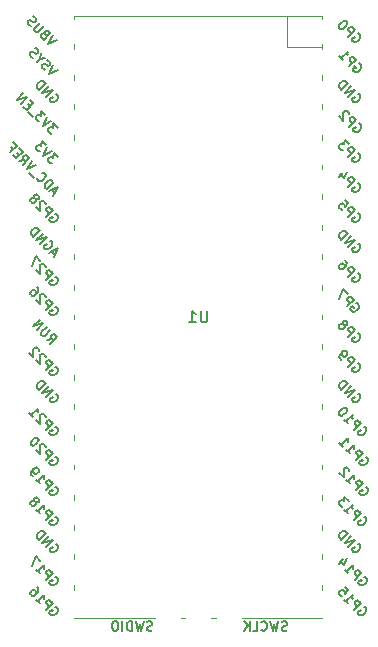
<source format=gbr>
%TF.GenerationSoftware,KiCad,Pcbnew,(5.1.12)-1*%
%TF.CreationDate,2021-12-08T14:13:04+05:30*%
%TF.ProjectId,macropad,6d616372-6f70-4616-942e-6b696361645f,rev?*%
%TF.SameCoordinates,Original*%
%TF.FileFunction,Legend,Bot*%
%TF.FilePolarity,Positive*%
%FSLAX46Y46*%
G04 Gerber Fmt 4.6, Leading zero omitted, Abs format (unit mm)*
G04 Created by KiCad (PCBNEW (5.1.12)-1) date 2021-12-08 14:13:04*
%MOMM*%
%LPD*%
G01*
G04 APERTURE LIST*
%ADD10C,0.120000*%
%ADD11C,0.150000*%
G04 APERTURE END LIST*
D10*
%TO.C,U1*%
X93812000Y-54256000D02*
X72812000Y-54256000D01*
X87012000Y-105256000D02*
X93812000Y-105256000D01*
X93812000Y-56923000D02*
X90805000Y-56923000D01*
X90805000Y-56923000D02*
X90805000Y-54256000D01*
X93812000Y-54256000D02*
X93812000Y-54556000D01*
X93812000Y-56656000D02*
X93812000Y-57056000D01*
X93812000Y-59256000D02*
X93812000Y-59656000D01*
X93812000Y-61756000D02*
X93812000Y-62156000D01*
X93812000Y-64356000D02*
X93812000Y-64756000D01*
X93812000Y-66856000D02*
X93812000Y-67256000D01*
X93812000Y-69356000D02*
X93812000Y-69756000D01*
X93812000Y-71956000D02*
X93812000Y-72356000D01*
X93812000Y-74456000D02*
X93812000Y-74856000D01*
X93812000Y-77056000D02*
X93812000Y-77456000D01*
X93812000Y-79556000D02*
X93812000Y-79956000D01*
X93812000Y-82056000D02*
X93812000Y-82456000D01*
X93812000Y-84656000D02*
X93812000Y-85056000D01*
X93812000Y-87156000D02*
X93812000Y-87556000D01*
X93812000Y-89756000D02*
X93812000Y-90156000D01*
X93812000Y-92256000D02*
X93812000Y-92656000D01*
X93812000Y-94856000D02*
X93812000Y-95256000D01*
X93812000Y-97356000D02*
X93812000Y-97756000D01*
X93812000Y-99856000D02*
X93812000Y-100256000D01*
X93812000Y-102456000D02*
X93812000Y-102856000D01*
X72812000Y-69356000D02*
X72812000Y-69756000D01*
X72812000Y-74456000D02*
X72812000Y-74856000D01*
X72812000Y-82056000D02*
X72812000Y-82456000D01*
X72812000Y-89756000D02*
X72812000Y-90156000D01*
X72812000Y-59256000D02*
X72812000Y-59656000D01*
X72812000Y-56656000D02*
X72812000Y-57056000D01*
X72812000Y-64356000D02*
X72812000Y-64756000D01*
X72812000Y-97356000D02*
X72812000Y-97756000D01*
X72812000Y-102456000D02*
X72812000Y-102856000D01*
X72812000Y-99856000D02*
X72812000Y-100256000D01*
X72812000Y-84656000D02*
X72812000Y-85056000D01*
X72812000Y-79556000D02*
X72812000Y-79956000D01*
X72812000Y-66856000D02*
X72812000Y-67256000D01*
X72812000Y-71956000D02*
X72812000Y-72356000D01*
X72812000Y-92256000D02*
X72812000Y-92656000D01*
X72812000Y-77056000D02*
X72812000Y-77456000D01*
X72812000Y-54256000D02*
X72812000Y-54556000D01*
X72812000Y-61756000D02*
X72812000Y-62156000D01*
X72812000Y-87156000D02*
X72812000Y-87556000D01*
X72812000Y-94856000D02*
X72812000Y-95256000D01*
X72812000Y-105256000D02*
X79612000Y-105256000D01*
X84812000Y-105256000D02*
X84412000Y-105256000D01*
X82212000Y-105256000D02*
X81812000Y-105256000D01*
D11*
X84073904Y-79208380D02*
X84073904Y-80017904D01*
X84026285Y-80113142D01*
X83978666Y-80160761D01*
X83883428Y-80208380D01*
X83692952Y-80208380D01*
X83597714Y-80160761D01*
X83550095Y-80113142D01*
X83502476Y-80017904D01*
X83502476Y-79208380D01*
X82502476Y-80208380D02*
X83073904Y-80208380D01*
X82788190Y-80208380D02*
X82788190Y-79208380D01*
X82883428Y-79351238D01*
X82978666Y-79446476D01*
X83073904Y-79494095D01*
X96898903Y-58277218D02*
X96979715Y-58304155D01*
X97060528Y-58384967D01*
X97114402Y-58492717D01*
X97114402Y-58600467D01*
X97087465Y-58681279D01*
X97006653Y-58815966D01*
X96925841Y-58896778D01*
X96791154Y-58977590D01*
X96710341Y-59004528D01*
X96602592Y-59004528D01*
X96494842Y-58950653D01*
X96440967Y-58896778D01*
X96387093Y-58789028D01*
X96387093Y-58735154D01*
X96575654Y-58546592D01*
X96683404Y-58654341D01*
X96090781Y-58546592D02*
X96656467Y-57980906D01*
X96440967Y-57765407D01*
X96360155Y-57738470D01*
X96306280Y-57738470D01*
X96225468Y-57765407D01*
X96144656Y-57846219D01*
X96117719Y-57927032D01*
X96117719Y-57980906D01*
X96144656Y-58061719D01*
X96360155Y-58277218D01*
X95228784Y-57684595D02*
X95552033Y-58007844D01*
X95390409Y-57846219D02*
X95956094Y-57280534D01*
X95929157Y-57415221D01*
X95929157Y-57522971D01*
X95956094Y-57603783D01*
X96898903Y-63367218D02*
X96979715Y-63394155D01*
X97060528Y-63474967D01*
X97114402Y-63582717D01*
X97114402Y-63690467D01*
X97087465Y-63771279D01*
X97006653Y-63905966D01*
X96925841Y-63986778D01*
X96791154Y-64067590D01*
X96710341Y-64094528D01*
X96602592Y-64094528D01*
X96494842Y-64040653D01*
X96440967Y-63986778D01*
X96387093Y-63879028D01*
X96387093Y-63825154D01*
X96575654Y-63636592D01*
X96683404Y-63744341D01*
X96090781Y-63636592D02*
X96656467Y-63070906D01*
X96440967Y-62855407D01*
X96360155Y-62828470D01*
X96306280Y-62828470D01*
X96225468Y-62855407D01*
X96144656Y-62936219D01*
X96117719Y-63017032D01*
X96117719Y-63070906D01*
X96144656Y-63151719D01*
X96360155Y-63367218D01*
X96063844Y-62586033D02*
X96063844Y-62532158D01*
X96036906Y-62451346D01*
X95902219Y-62316659D01*
X95821407Y-62289722D01*
X95767532Y-62289722D01*
X95686720Y-62316659D01*
X95632845Y-62370534D01*
X95578971Y-62478284D01*
X95578971Y-63124781D01*
X95228784Y-62774595D01*
X96798903Y-55747218D02*
X96879715Y-55774155D01*
X96960528Y-55854967D01*
X97014402Y-55962717D01*
X97014402Y-56070467D01*
X96987465Y-56151279D01*
X96906653Y-56285966D01*
X96825841Y-56366778D01*
X96691154Y-56447590D01*
X96610341Y-56474528D01*
X96502592Y-56474528D01*
X96394842Y-56420653D01*
X96340967Y-56366778D01*
X96287093Y-56259028D01*
X96287093Y-56205154D01*
X96475654Y-56016592D01*
X96583404Y-56124341D01*
X95990781Y-56016592D02*
X96556467Y-55450906D01*
X96340967Y-55235407D01*
X96260155Y-55208470D01*
X96206280Y-55208470D01*
X96125468Y-55235407D01*
X96044656Y-55316219D01*
X96017719Y-55397032D01*
X96017719Y-55450906D01*
X96044656Y-55531719D01*
X96260155Y-55747218D01*
X95883032Y-54777471D02*
X95829157Y-54723597D01*
X95748345Y-54696659D01*
X95694470Y-54696659D01*
X95613658Y-54723597D01*
X95478971Y-54804409D01*
X95344284Y-54939096D01*
X95263471Y-55073783D01*
X95236534Y-55154595D01*
X95236534Y-55208470D01*
X95263471Y-55289282D01*
X95317346Y-55343157D01*
X95398158Y-55370094D01*
X95452033Y-55370094D01*
X95532845Y-55343157D01*
X95667532Y-55262345D01*
X95802219Y-55127658D01*
X95883032Y-54992971D01*
X95909969Y-54912158D01*
X95909969Y-54858284D01*
X95883032Y-54777471D01*
X96798903Y-65907218D02*
X96879715Y-65934155D01*
X96960528Y-66014967D01*
X97014402Y-66122717D01*
X97014402Y-66230467D01*
X96987465Y-66311279D01*
X96906653Y-66445966D01*
X96825841Y-66526778D01*
X96691154Y-66607590D01*
X96610341Y-66634528D01*
X96502592Y-66634528D01*
X96394842Y-66580653D01*
X96340967Y-66526778D01*
X96287093Y-66419028D01*
X96287093Y-66365154D01*
X96475654Y-66176592D01*
X96583404Y-66284341D01*
X95990781Y-66176592D02*
X96556467Y-65610906D01*
X96340967Y-65395407D01*
X96260155Y-65368470D01*
X96206280Y-65368470D01*
X96125468Y-65395407D01*
X96044656Y-65476219D01*
X96017719Y-65557032D01*
X96017719Y-65610906D01*
X96044656Y-65691719D01*
X96260155Y-65907218D01*
X96044656Y-65099096D02*
X95694470Y-64748910D01*
X95667532Y-65152971D01*
X95586720Y-65072158D01*
X95505908Y-65045221D01*
X95452033Y-65045221D01*
X95371221Y-65072158D01*
X95236534Y-65206845D01*
X95209597Y-65287658D01*
X95209597Y-65341532D01*
X95236534Y-65422345D01*
X95398158Y-65583969D01*
X95478971Y-65610906D01*
X95532845Y-65610906D01*
X96798903Y-68447218D02*
X96879715Y-68474155D01*
X96960528Y-68554967D01*
X97014402Y-68662717D01*
X97014402Y-68770467D01*
X96987465Y-68851279D01*
X96906653Y-68985966D01*
X96825841Y-69066778D01*
X96691154Y-69147590D01*
X96610341Y-69174528D01*
X96502592Y-69174528D01*
X96394842Y-69120653D01*
X96340967Y-69066778D01*
X96287093Y-68959028D01*
X96287093Y-68905154D01*
X96475654Y-68716592D01*
X96583404Y-68824341D01*
X95990781Y-68716592D02*
X96556467Y-68150906D01*
X96340967Y-67935407D01*
X96260155Y-67908470D01*
X96206280Y-67908470D01*
X96125468Y-67935407D01*
X96044656Y-68016219D01*
X96017719Y-68097032D01*
X96017719Y-68150906D01*
X96044656Y-68231719D01*
X96260155Y-68447218D01*
X95559783Y-67531346D02*
X95182659Y-67908470D01*
X95909969Y-67450534D02*
X95640595Y-67989282D01*
X95290409Y-67639096D01*
X96798903Y-70987218D02*
X96879715Y-71014155D01*
X96960528Y-71094967D01*
X97014402Y-71202717D01*
X97014402Y-71310467D01*
X96987465Y-71391279D01*
X96906653Y-71525966D01*
X96825841Y-71606778D01*
X96691154Y-71687590D01*
X96610341Y-71714528D01*
X96502592Y-71714528D01*
X96394842Y-71660653D01*
X96340967Y-71606778D01*
X96287093Y-71499028D01*
X96287093Y-71445154D01*
X96475654Y-71256592D01*
X96583404Y-71364341D01*
X95990781Y-71256592D02*
X96556467Y-70690906D01*
X96340967Y-70475407D01*
X96260155Y-70448470D01*
X96206280Y-70448470D01*
X96125468Y-70475407D01*
X96044656Y-70556219D01*
X96017719Y-70637032D01*
X96017719Y-70690906D01*
X96044656Y-70771719D01*
X96260155Y-70987218D01*
X95721407Y-69855847D02*
X95990781Y-70125221D01*
X95748345Y-70421532D01*
X95748345Y-70367658D01*
X95721407Y-70286845D01*
X95586720Y-70152158D01*
X95505908Y-70125221D01*
X95452033Y-70125221D01*
X95371221Y-70152158D01*
X95236534Y-70286845D01*
X95209597Y-70367658D01*
X95209597Y-70421532D01*
X95236534Y-70502345D01*
X95371221Y-70637032D01*
X95452033Y-70663969D01*
X95505908Y-70663969D01*
X96798903Y-76067218D02*
X96879715Y-76094155D01*
X96960528Y-76174967D01*
X97014402Y-76282717D01*
X97014402Y-76390467D01*
X96987465Y-76471279D01*
X96906653Y-76605966D01*
X96825841Y-76686778D01*
X96691154Y-76767590D01*
X96610341Y-76794528D01*
X96502592Y-76794528D01*
X96394842Y-76740653D01*
X96340967Y-76686778D01*
X96287093Y-76579028D01*
X96287093Y-76525154D01*
X96475654Y-76336592D01*
X96583404Y-76444341D01*
X95990781Y-76336592D02*
X96556467Y-75770906D01*
X96340967Y-75555407D01*
X96260155Y-75528470D01*
X96206280Y-75528470D01*
X96125468Y-75555407D01*
X96044656Y-75636219D01*
X96017719Y-75717032D01*
X96017719Y-75770906D01*
X96044656Y-75851719D01*
X96260155Y-76067218D01*
X95748345Y-74962784D02*
X95856094Y-75070534D01*
X95883032Y-75151346D01*
X95883032Y-75205221D01*
X95856094Y-75339908D01*
X95775282Y-75474595D01*
X95559783Y-75690094D01*
X95478971Y-75717032D01*
X95425096Y-75717032D01*
X95344284Y-75690094D01*
X95236534Y-75582345D01*
X95209597Y-75501532D01*
X95209597Y-75447658D01*
X95236534Y-75366845D01*
X95371221Y-75232158D01*
X95452033Y-75205221D01*
X95505908Y-75205221D01*
X95586720Y-75232158D01*
X95694470Y-75339908D01*
X95721407Y-75420720D01*
X95721407Y-75474595D01*
X95694470Y-75555407D01*
X96698903Y-78577218D02*
X96779715Y-78604155D01*
X96860528Y-78684967D01*
X96914402Y-78792717D01*
X96914402Y-78900467D01*
X96887465Y-78981279D01*
X96806653Y-79115966D01*
X96725841Y-79196778D01*
X96591154Y-79277590D01*
X96510341Y-79304528D01*
X96402592Y-79304528D01*
X96294842Y-79250653D01*
X96240967Y-79196778D01*
X96187093Y-79089028D01*
X96187093Y-79035154D01*
X96375654Y-78846592D01*
X96483404Y-78954341D01*
X95890781Y-78846592D02*
X96456467Y-78280906D01*
X96240967Y-78065407D01*
X96160155Y-78038470D01*
X96106280Y-78038470D01*
X96025468Y-78065407D01*
X95944656Y-78146219D01*
X95917719Y-78227032D01*
X95917719Y-78280906D01*
X95944656Y-78361719D01*
X96160155Y-78577218D01*
X95944656Y-77769096D02*
X95567532Y-77391972D01*
X95244284Y-78200094D01*
X96798903Y-81147218D02*
X96879715Y-81174155D01*
X96960528Y-81254967D01*
X97014402Y-81362717D01*
X97014402Y-81470467D01*
X96987465Y-81551279D01*
X96906653Y-81685966D01*
X96825841Y-81766778D01*
X96691154Y-81847590D01*
X96610341Y-81874528D01*
X96502592Y-81874528D01*
X96394842Y-81820653D01*
X96340967Y-81766778D01*
X96287093Y-81659028D01*
X96287093Y-81605154D01*
X96475654Y-81416592D01*
X96583404Y-81524341D01*
X95990781Y-81416592D02*
X96556467Y-80850906D01*
X96340967Y-80635407D01*
X96260155Y-80608470D01*
X96206280Y-80608470D01*
X96125468Y-80635407D01*
X96044656Y-80716219D01*
X96017719Y-80797032D01*
X96017719Y-80850906D01*
X96044656Y-80931719D01*
X96260155Y-81147218D01*
X95667532Y-80446845D02*
X95748345Y-80473783D01*
X95802219Y-80473783D01*
X95883032Y-80446845D01*
X95909969Y-80419908D01*
X95936906Y-80339096D01*
X95936906Y-80285221D01*
X95909969Y-80204409D01*
X95802219Y-80096659D01*
X95721407Y-80069722D01*
X95667532Y-80069722D01*
X95586720Y-80096659D01*
X95559783Y-80123597D01*
X95532845Y-80204409D01*
X95532845Y-80258284D01*
X95559783Y-80339096D01*
X95667532Y-80446845D01*
X95694470Y-80527658D01*
X95694470Y-80581532D01*
X95667532Y-80662345D01*
X95559783Y-80770094D01*
X95478971Y-80797032D01*
X95425096Y-80797032D01*
X95344284Y-80770094D01*
X95236534Y-80662345D01*
X95209597Y-80581532D01*
X95209597Y-80527658D01*
X95236534Y-80446845D01*
X95344284Y-80339096D01*
X95425096Y-80312158D01*
X95478971Y-80312158D01*
X95559783Y-80339096D01*
X96798903Y-83687218D02*
X96879715Y-83714155D01*
X96960528Y-83794967D01*
X97014402Y-83902717D01*
X97014402Y-84010467D01*
X96987465Y-84091279D01*
X96906653Y-84225966D01*
X96825841Y-84306778D01*
X96691154Y-84387590D01*
X96610341Y-84414528D01*
X96502592Y-84414528D01*
X96394842Y-84360653D01*
X96340967Y-84306778D01*
X96287093Y-84199028D01*
X96287093Y-84145154D01*
X96475654Y-83956592D01*
X96583404Y-84064341D01*
X95990781Y-83956592D02*
X96556467Y-83390906D01*
X96340967Y-83175407D01*
X96260155Y-83148470D01*
X96206280Y-83148470D01*
X96125468Y-83175407D01*
X96044656Y-83256219D01*
X96017719Y-83337032D01*
X96017719Y-83390906D01*
X96044656Y-83471719D01*
X96260155Y-83687218D01*
X95398158Y-83363969D02*
X95290409Y-83256219D01*
X95263471Y-83175407D01*
X95263471Y-83121532D01*
X95290409Y-82986845D01*
X95371221Y-82852158D01*
X95586720Y-82636659D01*
X95667532Y-82609722D01*
X95721407Y-82609722D01*
X95802219Y-82636659D01*
X95909969Y-82744409D01*
X95936906Y-82825221D01*
X95936906Y-82879096D01*
X95909969Y-82959908D01*
X95775282Y-83094595D01*
X95694470Y-83121532D01*
X95640595Y-83121532D01*
X95559783Y-83094595D01*
X95452033Y-82986845D01*
X95425096Y-82906033D01*
X95425096Y-82852158D01*
X95452033Y-82771346D01*
X97322277Y-89036592D02*
X97403089Y-89063529D01*
X97483902Y-89144341D01*
X97537776Y-89252091D01*
X97537776Y-89359841D01*
X97510839Y-89440653D01*
X97430027Y-89575340D01*
X97349215Y-89656152D01*
X97214528Y-89736964D01*
X97133715Y-89763902D01*
X97025966Y-89763902D01*
X96918216Y-89710027D01*
X96864341Y-89656152D01*
X96810467Y-89548402D01*
X96810467Y-89494528D01*
X96999028Y-89305966D01*
X97106778Y-89413715D01*
X96514155Y-89305966D02*
X97079841Y-88740280D01*
X96864341Y-88524781D01*
X96783529Y-88497844D01*
X96729654Y-88497844D01*
X96648842Y-88524781D01*
X96568030Y-88605593D01*
X96541093Y-88686406D01*
X96541093Y-88740280D01*
X96568030Y-88821093D01*
X96783529Y-89036592D01*
X95652158Y-88443969D02*
X95975407Y-88767218D01*
X95813783Y-88605593D02*
X96379468Y-88039908D01*
X96352531Y-88174595D01*
X96352531Y-88282345D01*
X96379468Y-88363157D01*
X95867658Y-87528097D02*
X95813783Y-87474223D01*
X95732971Y-87447285D01*
X95679096Y-87447285D01*
X95598284Y-87474223D01*
X95463597Y-87555035D01*
X95328910Y-87689722D01*
X95248097Y-87824409D01*
X95221160Y-87905221D01*
X95221160Y-87959096D01*
X95248097Y-88039908D01*
X95301972Y-88093783D01*
X95382784Y-88120720D01*
X95436659Y-88120720D01*
X95517471Y-88093783D01*
X95652158Y-88012971D01*
X95786845Y-87878284D01*
X95867658Y-87743597D01*
X95894595Y-87662784D01*
X95894595Y-87608910D01*
X95867658Y-87528097D01*
X97468277Y-91576592D02*
X97549089Y-91603529D01*
X97629902Y-91684341D01*
X97683776Y-91792091D01*
X97683776Y-91899841D01*
X97656839Y-91980653D01*
X97576027Y-92115340D01*
X97495215Y-92196152D01*
X97360528Y-92276964D01*
X97279715Y-92303902D01*
X97171966Y-92303902D01*
X97064216Y-92250027D01*
X97010341Y-92196152D01*
X96956467Y-92088402D01*
X96956467Y-92034528D01*
X97145028Y-91845966D01*
X97252778Y-91953715D01*
X96660155Y-91845966D02*
X97225841Y-91280280D01*
X97010341Y-91064781D01*
X96929529Y-91037844D01*
X96875654Y-91037844D01*
X96794842Y-91064781D01*
X96714030Y-91145593D01*
X96687093Y-91226406D01*
X96687093Y-91280280D01*
X96714030Y-91361093D01*
X96929529Y-91576592D01*
X95798158Y-90983969D02*
X96121407Y-91307218D01*
X95959783Y-91145593D02*
X96525468Y-90579908D01*
X96498531Y-90714595D01*
X96498531Y-90822345D01*
X96525468Y-90903157D01*
X95259410Y-90445221D02*
X95582659Y-90768470D01*
X95421035Y-90606845D02*
X95986720Y-90041160D01*
X95959783Y-90175847D01*
X95959783Y-90283597D01*
X95986720Y-90364409D01*
X97468277Y-94116592D02*
X97549089Y-94143529D01*
X97629902Y-94224341D01*
X97683776Y-94332091D01*
X97683776Y-94439841D01*
X97656839Y-94520653D01*
X97576027Y-94655340D01*
X97495215Y-94736152D01*
X97360528Y-94816964D01*
X97279715Y-94843902D01*
X97171966Y-94843902D01*
X97064216Y-94790027D01*
X97010341Y-94736152D01*
X96956467Y-94628402D01*
X96956467Y-94574528D01*
X97145028Y-94385966D01*
X97252778Y-94493715D01*
X96660155Y-94385966D02*
X97225841Y-93820280D01*
X97010341Y-93604781D01*
X96929529Y-93577844D01*
X96875654Y-93577844D01*
X96794842Y-93604781D01*
X96714030Y-93685593D01*
X96687093Y-93766406D01*
X96687093Y-93820280D01*
X96714030Y-93901093D01*
X96929529Y-94116592D01*
X95798158Y-93523969D02*
X96121407Y-93847218D01*
X95959783Y-93685593D02*
X96525468Y-93119908D01*
X96498531Y-93254595D01*
X96498531Y-93362345D01*
X96525468Y-93443157D01*
X96094470Y-92796659D02*
X96094470Y-92742784D01*
X96067532Y-92661972D01*
X95932845Y-92527285D01*
X95852033Y-92500348D01*
X95798158Y-92500348D01*
X95717346Y-92527285D01*
X95663471Y-92581160D01*
X95609597Y-92688910D01*
X95609597Y-93335407D01*
X95259410Y-92985221D01*
X97322277Y-96656592D02*
X97403089Y-96683529D01*
X97483902Y-96764341D01*
X97537776Y-96872091D01*
X97537776Y-96979841D01*
X97510839Y-97060653D01*
X97430027Y-97195340D01*
X97349215Y-97276152D01*
X97214528Y-97356964D01*
X97133715Y-97383902D01*
X97025966Y-97383902D01*
X96918216Y-97330027D01*
X96864341Y-97276152D01*
X96810467Y-97168402D01*
X96810467Y-97114528D01*
X96999028Y-96925966D01*
X97106778Y-97033715D01*
X96514155Y-96925966D02*
X97079841Y-96360280D01*
X96864341Y-96144781D01*
X96783529Y-96117844D01*
X96729654Y-96117844D01*
X96648842Y-96144781D01*
X96568030Y-96225593D01*
X96541093Y-96306406D01*
X96541093Y-96360280D01*
X96568030Y-96441093D01*
X96783529Y-96656592D01*
X95652158Y-96063969D02*
X95975407Y-96387218D01*
X95813783Y-96225593D02*
X96379468Y-95659908D01*
X96352531Y-95794595D01*
X96352531Y-95902345D01*
X96379468Y-95983157D01*
X96029282Y-95309722D02*
X95679096Y-94959536D01*
X95652158Y-95363597D01*
X95571346Y-95282784D01*
X95490534Y-95255847D01*
X95436659Y-95255847D01*
X95355847Y-95282784D01*
X95221160Y-95417471D01*
X95194223Y-95498284D01*
X95194223Y-95552158D01*
X95221160Y-95632971D01*
X95382784Y-95794595D01*
X95463597Y-95821532D01*
X95517471Y-95821532D01*
X97368277Y-101736592D02*
X97449089Y-101763529D01*
X97529902Y-101844341D01*
X97583776Y-101952091D01*
X97583776Y-102059841D01*
X97556839Y-102140653D01*
X97476027Y-102275340D01*
X97395215Y-102356152D01*
X97260528Y-102436964D01*
X97179715Y-102463902D01*
X97071966Y-102463902D01*
X96964216Y-102410027D01*
X96910341Y-102356152D01*
X96856467Y-102248402D01*
X96856467Y-102194528D01*
X97045028Y-102005966D01*
X97152778Y-102113715D01*
X96560155Y-102005966D02*
X97125841Y-101440280D01*
X96910341Y-101224781D01*
X96829529Y-101197844D01*
X96775654Y-101197844D01*
X96694842Y-101224781D01*
X96614030Y-101305593D01*
X96587093Y-101386406D01*
X96587093Y-101440280D01*
X96614030Y-101521093D01*
X96829529Y-101736592D01*
X95698158Y-101143969D02*
X96021407Y-101467218D01*
X95859783Y-101305593D02*
X96425468Y-100739908D01*
X96398531Y-100874595D01*
X96398531Y-100982345D01*
X96425468Y-101063157D01*
X95590409Y-100281972D02*
X95213285Y-100659096D01*
X95940595Y-100201160D02*
X95671221Y-100739908D01*
X95321035Y-100389722D01*
X97322277Y-104276592D02*
X97403089Y-104303529D01*
X97483902Y-104384341D01*
X97537776Y-104492091D01*
X97537776Y-104599841D01*
X97510839Y-104680653D01*
X97430027Y-104815340D01*
X97349215Y-104896152D01*
X97214528Y-104976964D01*
X97133715Y-105003902D01*
X97025966Y-105003902D01*
X96918216Y-104950027D01*
X96864341Y-104896152D01*
X96810467Y-104788402D01*
X96810467Y-104734528D01*
X96999028Y-104545966D01*
X97106778Y-104653715D01*
X96514155Y-104545966D02*
X97079841Y-103980280D01*
X96864341Y-103764781D01*
X96783529Y-103737844D01*
X96729654Y-103737844D01*
X96648842Y-103764781D01*
X96568030Y-103845593D01*
X96541093Y-103926406D01*
X96541093Y-103980280D01*
X96568030Y-104061093D01*
X96783529Y-104276592D01*
X95652158Y-103683969D02*
X95975407Y-104007218D01*
X95813783Y-103845593D02*
X96379468Y-103279908D01*
X96352531Y-103414595D01*
X96352531Y-103522345D01*
X96379468Y-103603157D01*
X95706033Y-102606473D02*
X95975407Y-102875847D01*
X95732971Y-103172158D01*
X95732971Y-103118284D01*
X95706033Y-103037471D01*
X95571346Y-102902784D01*
X95490534Y-102875847D01*
X95436659Y-102875847D01*
X95355847Y-102902784D01*
X95221160Y-103037471D01*
X95194223Y-103118284D01*
X95194223Y-103172158D01*
X95221160Y-103252971D01*
X95355847Y-103387658D01*
X95436659Y-103414595D01*
X95490534Y-103414595D01*
X71214277Y-104276592D02*
X71295089Y-104303529D01*
X71375902Y-104384341D01*
X71429776Y-104492091D01*
X71429776Y-104599841D01*
X71402839Y-104680653D01*
X71322027Y-104815340D01*
X71241215Y-104896152D01*
X71106528Y-104976964D01*
X71025715Y-105003902D01*
X70917966Y-105003902D01*
X70810216Y-104950027D01*
X70756341Y-104896152D01*
X70702467Y-104788402D01*
X70702467Y-104734528D01*
X70891028Y-104545966D01*
X70998778Y-104653715D01*
X70406155Y-104545966D02*
X70971841Y-103980280D01*
X70756341Y-103764781D01*
X70675529Y-103737844D01*
X70621654Y-103737844D01*
X70540842Y-103764781D01*
X70460030Y-103845593D01*
X70433093Y-103926406D01*
X70433093Y-103980280D01*
X70460030Y-104061093D01*
X70675529Y-104276592D01*
X69544158Y-103683969D02*
X69867407Y-104007218D01*
X69705783Y-103845593D02*
X70271468Y-103279908D01*
X70244531Y-103414595D01*
X70244531Y-103522345D01*
X70271468Y-103603157D01*
X69624971Y-102633410D02*
X69732720Y-102741160D01*
X69759658Y-102821972D01*
X69759658Y-102875847D01*
X69732720Y-103010534D01*
X69651908Y-103145221D01*
X69436409Y-103360720D01*
X69355597Y-103387658D01*
X69301722Y-103387658D01*
X69220910Y-103360720D01*
X69113160Y-103252971D01*
X69086223Y-103172158D01*
X69086223Y-103118284D01*
X69113160Y-103037471D01*
X69247847Y-102902784D01*
X69328659Y-102875847D01*
X69382534Y-102875847D01*
X69463346Y-102902784D01*
X69571096Y-103010534D01*
X69598033Y-103091346D01*
X69598033Y-103145221D01*
X69571096Y-103226033D01*
X71214277Y-101736592D02*
X71295089Y-101763529D01*
X71375902Y-101844341D01*
X71429776Y-101952091D01*
X71429776Y-102059841D01*
X71402839Y-102140653D01*
X71322027Y-102275340D01*
X71241215Y-102356152D01*
X71106528Y-102436964D01*
X71025715Y-102463902D01*
X70917966Y-102463902D01*
X70810216Y-102410027D01*
X70756341Y-102356152D01*
X70702467Y-102248402D01*
X70702467Y-102194528D01*
X70891028Y-102005966D01*
X70998778Y-102113715D01*
X70406155Y-102005966D02*
X70971841Y-101440280D01*
X70756341Y-101224781D01*
X70675529Y-101197844D01*
X70621654Y-101197844D01*
X70540842Y-101224781D01*
X70460030Y-101305593D01*
X70433093Y-101386406D01*
X70433093Y-101440280D01*
X70460030Y-101521093D01*
X70675529Y-101736592D01*
X69544158Y-101143969D02*
X69867407Y-101467218D01*
X69705783Y-101305593D02*
X70271468Y-100739908D01*
X70244531Y-100874595D01*
X70244531Y-100982345D01*
X70271468Y-101063157D01*
X69921282Y-100389722D02*
X69544158Y-100012598D01*
X69220910Y-100820720D01*
X71214277Y-96656592D02*
X71295089Y-96683529D01*
X71375902Y-96764341D01*
X71429776Y-96872091D01*
X71429776Y-96979841D01*
X71402839Y-97060653D01*
X71322027Y-97195340D01*
X71241215Y-97276152D01*
X71106528Y-97356964D01*
X71025715Y-97383902D01*
X70917966Y-97383902D01*
X70810216Y-97330027D01*
X70756341Y-97276152D01*
X70702467Y-97168402D01*
X70702467Y-97114528D01*
X70891028Y-96925966D01*
X70998778Y-97033715D01*
X70406155Y-96925966D02*
X70971841Y-96360280D01*
X70756341Y-96144781D01*
X70675529Y-96117844D01*
X70621654Y-96117844D01*
X70540842Y-96144781D01*
X70460030Y-96225593D01*
X70433093Y-96306406D01*
X70433093Y-96360280D01*
X70460030Y-96441093D01*
X70675529Y-96656592D01*
X69544158Y-96063969D02*
X69867407Y-96387218D01*
X69705783Y-96225593D02*
X70271468Y-95659908D01*
X70244531Y-95794595D01*
X70244531Y-95902345D01*
X70271468Y-95983157D01*
X69544158Y-95417471D02*
X69624971Y-95444409D01*
X69678845Y-95444409D01*
X69759658Y-95417471D01*
X69786595Y-95390534D01*
X69813532Y-95309722D01*
X69813532Y-95255847D01*
X69786595Y-95175035D01*
X69678845Y-95067285D01*
X69598033Y-95040348D01*
X69544158Y-95040348D01*
X69463346Y-95067285D01*
X69436409Y-95094223D01*
X69409471Y-95175035D01*
X69409471Y-95228910D01*
X69436409Y-95309722D01*
X69544158Y-95417471D01*
X69571096Y-95498284D01*
X69571096Y-95552158D01*
X69544158Y-95632971D01*
X69436409Y-95740720D01*
X69355597Y-95767658D01*
X69301722Y-95767658D01*
X69220910Y-95740720D01*
X69113160Y-95632971D01*
X69086223Y-95552158D01*
X69086223Y-95498284D01*
X69113160Y-95417471D01*
X69220910Y-95309722D01*
X69301722Y-95282784D01*
X69355597Y-95282784D01*
X69436409Y-95309722D01*
X71214277Y-94116592D02*
X71295089Y-94143529D01*
X71375902Y-94224341D01*
X71429776Y-94332091D01*
X71429776Y-94439841D01*
X71402839Y-94520653D01*
X71322027Y-94655340D01*
X71241215Y-94736152D01*
X71106528Y-94816964D01*
X71025715Y-94843902D01*
X70917966Y-94843902D01*
X70810216Y-94790027D01*
X70756341Y-94736152D01*
X70702467Y-94628402D01*
X70702467Y-94574528D01*
X70891028Y-94385966D01*
X70998778Y-94493715D01*
X70406155Y-94385966D02*
X70971841Y-93820280D01*
X70756341Y-93604781D01*
X70675529Y-93577844D01*
X70621654Y-93577844D01*
X70540842Y-93604781D01*
X70460030Y-93685593D01*
X70433093Y-93766406D01*
X70433093Y-93820280D01*
X70460030Y-93901093D01*
X70675529Y-94116592D01*
X69544158Y-93523969D02*
X69867407Y-93847218D01*
X69705783Y-93685593D02*
X70271468Y-93119908D01*
X70244531Y-93254595D01*
X70244531Y-93362345D01*
X70271468Y-93443157D01*
X69274784Y-93254595D02*
X69167035Y-93146845D01*
X69140097Y-93066033D01*
X69140097Y-93012158D01*
X69167035Y-92877471D01*
X69247847Y-92742784D01*
X69463346Y-92527285D01*
X69544158Y-92500348D01*
X69598033Y-92500348D01*
X69678845Y-92527285D01*
X69786595Y-92635035D01*
X69813532Y-92715847D01*
X69813532Y-92769722D01*
X69786595Y-92850534D01*
X69651908Y-92985221D01*
X69571096Y-93012158D01*
X69517221Y-93012158D01*
X69436409Y-92985221D01*
X69328659Y-92877471D01*
X69301722Y-92796659D01*
X69301722Y-92742784D01*
X69328659Y-92661972D01*
X71214277Y-91576592D02*
X71295089Y-91603529D01*
X71375902Y-91684341D01*
X71429776Y-91792091D01*
X71429776Y-91899841D01*
X71402839Y-91980653D01*
X71322027Y-92115340D01*
X71241215Y-92196152D01*
X71106528Y-92276964D01*
X71025715Y-92303902D01*
X70917966Y-92303902D01*
X70810216Y-92250027D01*
X70756341Y-92196152D01*
X70702467Y-92088402D01*
X70702467Y-92034528D01*
X70891028Y-91845966D01*
X70998778Y-91953715D01*
X70406155Y-91845966D02*
X70971841Y-91280280D01*
X70756341Y-91064781D01*
X70675529Y-91037844D01*
X70621654Y-91037844D01*
X70540842Y-91064781D01*
X70460030Y-91145593D01*
X70433093Y-91226406D01*
X70433093Y-91280280D01*
X70460030Y-91361093D01*
X70675529Y-91576592D01*
X70379218Y-90795407D02*
X70379218Y-90741532D01*
X70352280Y-90660720D01*
X70217593Y-90526033D01*
X70136781Y-90499096D01*
X70082906Y-90499096D01*
X70002094Y-90526033D01*
X69948219Y-90579908D01*
X69894345Y-90687658D01*
X69894345Y-91334155D01*
X69544158Y-90983969D01*
X69759658Y-90068097D02*
X69705783Y-90014223D01*
X69624971Y-89987285D01*
X69571096Y-89987285D01*
X69490284Y-90014223D01*
X69355597Y-90095035D01*
X69220910Y-90229722D01*
X69140097Y-90364409D01*
X69113160Y-90445221D01*
X69113160Y-90499096D01*
X69140097Y-90579908D01*
X69193972Y-90633783D01*
X69274784Y-90660720D01*
X69328659Y-90660720D01*
X69409471Y-90633783D01*
X69544158Y-90552971D01*
X69678845Y-90418284D01*
X69759658Y-90283597D01*
X69786595Y-90202784D01*
X69786595Y-90148910D01*
X69759658Y-90068097D01*
X71214277Y-89046592D02*
X71295089Y-89073529D01*
X71375902Y-89154341D01*
X71429776Y-89262091D01*
X71429776Y-89369841D01*
X71402839Y-89450653D01*
X71322027Y-89585340D01*
X71241215Y-89666152D01*
X71106528Y-89746964D01*
X71025715Y-89773902D01*
X70917966Y-89773902D01*
X70810216Y-89720027D01*
X70756341Y-89666152D01*
X70702467Y-89558402D01*
X70702467Y-89504528D01*
X70891028Y-89315966D01*
X70998778Y-89423715D01*
X70406155Y-89315966D02*
X70971841Y-88750280D01*
X70756341Y-88534781D01*
X70675529Y-88507844D01*
X70621654Y-88507844D01*
X70540842Y-88534781D01*
X70460030Y-88615593D01*
X70433093Y-88696406D01*
X70433093Y-88750280D01*
X70460030Y-88831093D01*
X70675529Y-89046592D01*
X70379218Y-88265407D02*
X70379218Y-88211532D01*
X70352280Y-88130720D01*
X70217593Y-87996033D01*
X70136781Y-87969096D01*
X70082906Y-87969096D01*
X70002094Y-87996033D01*
X69948219Y-88049908D01*
X69894345Y-88157658D01*
X69894345Y-88804155D01*
X69544158Y-88453969D01*
X69005410Y-87915221D02*
X69328659Y-88238470D01*
X69167035Y-88076845D02*
X69732720Y-87511160D01*
X69705783Y-87645847D01*
X69705783Y-87753597D01*
X69732720Y-87834409D01*
X71214277Y-83956592D02*
X71295089Y-83983529D01*
X71375902Y-84064341D01*
X71429776Y-84172091D01*
X71429776Y-84279841D01*
X71402839Y-84360653D01*
X71322027Y-84495340D01*
X71241215Y-84576152D01*
X71106528Y-84656964D01*
X71025715Y-84683902D01*
X70917966Y-84683902D01*
X70810216Y-84630027D01*
X70756341Y-84576152D01*
X70702467Y-84468402D01*
X70702467Y-84414528D01*
X70891028Y-84225966D01*
X70998778Y-84333715D01*
X70406155Y-84225966D02*
X70971841Y-83660280D01*
X70756341Y-83444781D01*
X70675529Y-83417844D01*
X70621654Y-83417844D01*
X70540842Y-83444781D01*
X70460030Y-83525593D01*
X70433093Y-83606406D01*
X70433093Y-83660280D01*
X70460030Y-83741093D01*
X70675529Y-83956592D01*
X70379218Y-83175407D02*
X70379218Y-83121532D01*
X70352280Y-83040720D01*
X70217593Y-82906033D01*
X70136781Y-82879096D01*
X70082906Y-82879096D01*
X70002094Y-82906033D01*
X69948219Y-82959908D01*
X69894345Y-83067658D01*
X69894345Y-83714155D01*
X69544158Y-83363969D01*
X69840470Y-82636659D02*
X69840470Y-82582784D01*
X69813532Y-82501972D01*
X69678845Y-82367285D01*
X69598033Y-82340348D01*
X69544158Y-82340348D01*
X69463346Y-82367285D01*
X69409471Y-82421160D01*
X69355597Y-82528910D01*
X69355597Y-83175407D01*
X69005410Y-82825221D01*
X70473624Y-81699435D02*
X70931560Y-81618622D01*
X70796873Y-82022683D02*
X71362558Y-81456998D01*
X71147059Y-81241499D01*
X71066247Y-81214561D01*
X71012372Y-81214561D01*
X70931560Y-81241499D01*
X70850748Y-81322311D01*
X70823810Y-81403123D01*
X70823810Y-81456998D01*
X70850748Y-81537810D01*
X71066247Y-81753309D01*
X70796873Y-80891312D02*
X70338937Y-81349248D01*
X70258125Y-81376186D01*
X70204250Y-81376186D01*
X70123438Y-81349248D01*
X70015688Y-81241499D01*
X69988751Y-81160687D01*
X69988751Y-81106812D01*
X70015688Y-81026000D01*
X70473624Y-80568064D01*
X69638564Y-80864375D02*
X70204250Y-80298690D01*
X69315316Y-80541126D01*
X69881001Y-79975441D01*
X71214277Y-78876592D02*
X71295089Y-78903529D01*
X71375902Y-78984341D01*
X71429776Y-79092091D01*
X71429776Y-79199841D01*
X71402839Y-79280653D01*
X71322027Y-79415340D01*
X71241215Y-79496152D01*
X71106528Y-79576964D01*
X71025715Y-79603902D01*
X70917966Y-79603902D01*
X70810216Y-79550027D01*
X70756341Y-79496152D01*
X70702467Y-79388402D01*
X70702467Y-79334528D01*
X70891028Y-79145966D01*
X70998778Y-79253715D01*
X70406155Y-79145966D02*
X70971841Y-78580280D01*
X70756341Y-78364781D01*
X70675529Y-78337844D01*
X70621654Y-78337844D01*
X70540842Y-78364781D01*
X70460030Y-78445593D01*
X70433093Y-78526406D01*
X70433093Y-78580280D01*
X70460030Y-78661093D01*
X70675529Y-78876592D01*
X70379218Y-78095407D02*
X70379218Y-78041532D01*
X70352280Y-77960720D01*
X70217593Y-77826033D01*
X70136781Y-77799096D01*
X70082906Y-77799096D01*
X70002094Y-77826033D01*
X69948219Y-77879908D01*
X69894345Y-77987658D01*
X69894345Y-78634155D01*
X69544158Y-78283969D01*
X69624971Y-77233410D02*
X69732720Y-77341160D01*
X69759658Y-77421972D01*
X69759658Y-77475847D01*
X69732720Y-77610534D01*
X69651908Y-77745221D01*
X69436409Y-77960720D01*
X69355597Y-77987658D01*
X69301722Y-77987658D01*
X69220910Y-77960720D01*
X69113160Y-77852971D01*
X69086223Y-77772158D01*
X69086223Y-77718284D01*
X69113160Y-77637471D01*
X69247847Y-77502784D01*
X69328659Y-77475847D01*
X69382534Y-77475847D01*
X69463346Y-77502784D01*
X69571096Y-77610534D01*
X69598033Y-77691346D01*
X69598033Y-77745221D01*
X69571096Y-77826033D01*
X71214277Y-76346592D02*
X71295089Y-76373529D01*
X71375902Y-76454341D01*
X71429776Y-76562091D01*
X71429776Y-76669841D01*
X71402839Y-76750653D01*
X71322027Y-76885340D01*
X71241215Y-76966152D01*
X71106528Y-77046964D01*
X71025715Y-77073902D01*
X70917966Y-77073902D01*
X70810216Y-77020027D01*
X70756341Y-76966152D01*
X70702467Y-76858402D01*
X70702467Y-76804528D01*
X70891028Y-76615966D01*
X70998778Y-76723715D01*
X70406155Y-76615966D02*
X70971841Y-76050280D01*
X70756341Y-75834781D01*
X70675529Y-75807844D01*
X70621654Y-75807844D01*
X70540842Y-75834781D01*
X70460030Y-75915593D01*
X70433093Y-75996406D01*
X70433093Y-76050280D01*
X70460030Y-76131093D01*
X70675529Y-76346592D01*
X70379218Y-75565407D02*
X70379218Y-75511532D01*
X70352280Y-75430720D01*
X70217593Y-75296033D01*
X70136781Y-75269096D01*
X70082906Y-75269096D01*
X70002094Y-75296033D01*
X69948219Y-75349908D01*
X69894345Y-75457658D01*
X69894345Y-76104155D01*
X69544158Y-75753969D01*
X69921282Y-74999722D02*
X69544158Y-74622598D01*
X69220910Y-75430720D01*
X71214277Y-71002592D02*
X71295089Y-71029529D01*
X71375902Y-71110341D01*
X71429776Y-71218091D01*
X71429776Y-71325841D01*
X71402839Y-71406653D01*
X71322027Y-71541340D01*
X71241215Y-71622152D01*
X71106528Y-71702964D01*
X71025715Y-71729902D01*
X70917966Y-71729902D01*
X70810216Y-71676027D01*
X70756341Y-71622152D01*
X70702467Y-71514402D01*
X70702467Y-71460528D01*
X70891028Y-71271966D01*
X70998778Y-71379715D01*
X70406155Y-71271966D02*
X70971841Y-70706280D01*
X70756341Y-70490781D01*
X70675529Y-70463844D01*
X70621654Y-70463844D01*
X70540842Y-70490781D01*
X70460030Y-70571593D01*
X70433093Y-70652406D01*
X70433093Y-70706280D01*
X70460030Y-70787093D01*
X70675529Y-71002592D01*
X70379218Y-70221407D02*
X70379218Y-70167532D01*
X70352280Y-70086720D01*
X70217593Y-69952033D01*
X70136781Y-69925096D01*
X70082906Y-69925096D01*
X70002094Y-69952033D01*
X69948219Y-70005908D01*
X69894345Y-70113658D01*
X69894345Y-70760155D01*
X69544158Y-70409969D01*
X69544158Y-69763471D02*
X69624971Y-69790409D01*
X69678845Y-69790409D01*
X69759658Y-69763471D01*
X69786595Y-69736534D01*
X69813532Y-69655722D01*
X69813532Y-69601847D01*
X69786595Y-69521035D01*
X69678845Y-69413285D01*
X69598033Y-69386348D01*
X69544158Y-69386348D01*
X69463346Y-69413285D01*
X69436409Y-69440223D01*
X69409471Y-69521035D01*
X69409471Y-69574910D01*
X69436409Y-69655722D01*
X69544158Y-69763471D01*
X69571096Y-69844284D01*
X69571096Y-69898158D01*
X69544158Y-69978971D01*
X69436409Y-70086720D01*
X69355597Y-70113658D01*
X69301722Y-70113658D01*
X69220910Y-70086720D01*
X69113160Y-69978971D01*
X69086223Y-69898158D01*
X69086223Y-69844284D01*
X69113160Y-69763471D01*
X69220910Y-69655722D01*
X69301722Y-69628784D01*
X69355597Y-69628784D01*
X69436409Y-69655722D01*
X71157211Y-69289773D02*
X70887837Y-69020399D01*
X71049462Y-69505272D02*
X71426585Y-68751025D01*
X70672338Y-69128149D01*
X70483776Y-68939587D02*
X71049462Y-68373902D01*
X70914775Y-68239215D01*
X70807025Y-68185340D01*
X70699276Y-68185340D01*
X70618463Y-68212277D01*
X70483776Y-68293089D01*
X70402964Y-68373902D01*
X70322152Y-68508589D01*
X70295215Y-68589401D01*
X70295215Y-68697150D01*
X70349089Y-68804900D01*
X70483776Y-68939587D01*
X69648717Y-67996778D02*
X69648717Y-68050653D01*
X69702592Y-68158402D01*
X69756467Y-68212277D01*
X69864216Y-68266152D01*
X69971966Y-68266152D01*
X70052778Y-68239215D01*
X70187465Y-68158402D01*
X70268277Y-68077590D01*
X70349089Y-67942903D01*
X70376027Y-67862091D01*
X70376027Y-67754341D01*
X70322152Y-67646592D01*
X70268277Y-67592717D01*
X70160528Y-67538842D01*
X70106653Y-67538842D01*
X69433218Y-67996778D02*
X69002219Y-67565780D01*
X69567905Y-66892345D02*
X68813658Y-67269468D01*
X69190781Y-66515221D01*
X68113285Y-66569096D02*
X68571221Y-66488284D01*
X68436534Y-66892345D02*
X69002219Y-66326659D01*
X68786720Y-66111160D01*
X68705908Y-66084223D01*
X68652033Y-66084223D01*
X68571221Y-66111160D01*
X68490409Y-66191972D01*
X68463471Y-66272784D01*
X68463471Y-66326659D01*
X68490409Y-66407471D01*
X68705908Y-66622971D01*
X68167160Y-66030348D02*
X67978598Y-65841786D01*
X67601475Y-66057285D02*
X67870849Y-66326659D01*
X68436534Y-65760974D01*
X68167160Y-65491600D01*
X67466788Y-65329975D02*
X67655349Y-65518537D01*
X67359038Y-65814849D02*
X67924723Y-65249163D01*
X67655349Y-64979789D01*
X71422152Y-66246592D02*
X71071966Y-65896406D01*
X71045028Y-66300467D01*
X70964216Y-66219654D01*
X70883404Y-66192717D01*
X70829529Y-66192717D01*
X70748717Y-66219654D01*
X70614030Y-66354341D01*
X70587093Y-66435154D01*
X70587093Y-66489028D01*
X70614030Y-66569841D01*
X70775654Y-66731465D01*
X70856467Y-66758402D01*
X70910341Y-66758402D01*
X70910341Y-65734781D02*
X70156094Y-66111905D01*
X70533218Y-65357658D01*
X70398531Y-65222971D02*
X70048345Y-64872784D01*
X70021407Y-65276845D01*
X69940595Y-65196033D01*
X69859783Y-65169096D01*
X69805908Y-65169096D01*
X69725096Y-65196033D01*
X69590409Y-65330720D01*
X69563471Y-65411532D01*
X69563471Y-65465407D01*
X69590409Y-65546219D01*
X69752033Y-65707844D01*
X69832845Y-65734781D01*
X69886720Y-65734781D01*
X71389868Y-63714308D02*
X71039682Y-63364122D01*
X71012744Y-63768183D01*
X70931932Y-63687370D01*
X70851120Y-63660433D01*
X70797245Y-63660433D01*
X70716433Y-63687370D01*
X70581746Y-63822057D01*
X70554809Y-63902870D01*
X70554809Y-63956744D01*
X70581746Y-64037557D01*
X70743370Y-64199181D01*
X70824183Y-64226118D01*
X70878057Y-64226118D01*
X70878057Y-63202497D02*
X70123810Y-63579621D01*
X70500934Y-62825374D01*
X70366247Y-62690687D02*
X70016061Y-62340500D01*
X69989123Y-62744561D01*
X69908311Y-62663749D01*
X69827499Y-62636812D01*
X69773624Y-62636812D01*
X69692812Y-62663749D01*
X69558125Y-62798436D01*
X69531187Y-62879248D01*
X69531187Y-62933123D01*
X69558125Y-63013935D01*
X69719749Y-63175560D01*
X69800561Y-63202497D01*
X69854436Y-63202497D01*
X69288751Y-62852311D02*
X68857752Y-62421312D01*
X69073251Y-61936439D02*
X68884690Y-61747877D01*
X68507566Y-61963377D02*
X68776940Y-62232751D01*
X69342625Y-61667065D01*
X69073251Y-61397691D01*
X68265129Y-61720940D02*
X68830815Y-61155255D01*
X67941881Y-61397691D01*
X68507566Y-60832006D01*
X71391526Y-58825966D02*
X70637279Y-59203089D01*
X71014402Y-58448842D01*
X70314030Y-58825966D02*
X70206280Y-58772091D01*
X70071593Y-58637404D01*
X70044656Y-58556592D01*
X70044656Y-58502717D01*
X70071593Y-58421905D01*
X70125468Y-58368030D01*
X70206280Y-58341093D01*
X70260155Y-58341093D01*
X70340967Y-58368030D01*
X70475654Y-58448842D01*
X70556467Y-58475780D01*
X70610341Y-58475780D01*
X70691154Y-58448842D01*
X70745028Y-58394967D01*
X70771966Y-58314155D01*
X70771966Y-58260280D01*
X70745028Y-58179468D01*
X70610341Y-58044781D01*
X70502592Y-57990906D01*
X69883032Y-57910094D02*
X69613658Y-58179468D01*
X70367905Y-57802345D02*
X69883032Y-57910094D01*
X69990781Y-57425221D01*
X69290409Y-57802345D02*
X69182659Y-57748470D01*
X69047972Y-57613783D01*
X69021035Y-57532971D01*
X69021035Y-57479096D01*
X69047972Y-57398284D01*
X69101847Y-57344409D01*
X69182659Y-57317471D01*
X69236534Y-57317471D01*
X69317346Y-57344409D01*
X69452033Y-57425221D01*
X69532845Y-57452158D01*
X69586720Y-57452158D01*
X69667532Y-57425221D01*
X69721407Y-57371346D01*
X69748345Y-57290534D01*
X69748345Y-57236659D01*
X69721407Y-57155847D01*
X69586720Y-57021160D01*
X69478971Y-56967285D01*
X71358870Y-56283309D02*
X70604622Y-56660433D01*
X70981746Y-55906186D01*
X70335248Y-55798436D02*
X70227499Y-55744561D01*
X70173624Y-55744561D01*
X70092812Y-55771499D01*
X70012000Y-55852311D01*
X69985062Y-55933123D01*
X69985062Y-55986998D01*
X70012000Y-56067810D01*
X70227499Y-56283309D01*
X70793184Y-55717624D01*
X70604622Y-55529062D01*
X70523810Y-55502125D01*
X70469935Y-55502125D01*
X70389123Y-55529062D01*
X70335248Y-55582937D01*
X70308311Y-55663749D01*
X70308311Y-55717624D01*
X70335248Y-55798436D01*
X70523810Y-55986998D01*
X70227499Y-55151938D02*
X69769563Y-55609874D01*
X69688751Y-55636812D01*
X69634876Y-55636812D01*
X69554064Y-55609874D01*
X69446314Y-55502125D01*
X69419377Y-55421312D01*
X69419377Y-55367438D01*
X69446314Y-55286625D01*
X69904250Y-54828690D01*
X69123065Y-55125001D02*
X69015316Y-55071126D01*
X68880629Y-54936439D01*
X68853691Y-54855627D01*
X68853691Y-54801752D01*
X68880629Y-54720940D01*
X68934503Y-54667065D01*
X69015316Y-54640128D01*
X69069190Y-54640128D01*
X69150003Y-54667065D01*
X69284690Y-54747877D01*
X69365502Y-54774815D01*
X69419377Y-54774815D01*
X69500189Y-54747877D01*
X69554064Y-54694003D01*
X69581001Y-54613190D01*
X69581001Y-54559316D01*
X69554064Y-54478503D01*
X69419377Y-54343816D01*
X69311627Y-54289942D01*
X96825841Y-60854155D02*
X96906653Y-60881093D01*
X96987465Y-60961905D01*
X97041340Y-61069654D01*
X97041340Y-61177404D01*
X97014402Y-61258216D01*
X96933590Y-61392903D01*
X96852778Y-61473715D01*
X96718091Y-61554528D01*
X96637279Y-61581465D01*
X96529529Y-61581465D01*
X96421780Y-61527590D01*
X96367905Y-61473715D01*
X96314030Y-61365966D01*
X96314030Y-61312091D01*
X96502592Y-61123529D01*
X96610341Y-61231279D01*
X96017719Y-61123529D02*
X96583404Y-60557844D01*
X95694470Y-60800280D01*
X96260155Y-60234595D01*
X95425096Y-60530906D02*
X95990781Y-59965221D01*
X95856094Y-59830534D01*
X95748345Y-59776659D01*
X95640595Y-59776659D01*
X95559783Y-59803597D01*
X95425096Y-59884409D01*
X95344284Y-59965221D01*
X95263471Y-60099908D01*
X95236534Y-60180720D01*
X95236534Y-60288470D01*
X95290409Y-60396219D01*
X95425096Y-60530906D01*
X96825841Y-73554155D02*
X96906653Y-73581093D01*
X96987465Y-73661905D01*
X97041340Y-73769654D01*
X97041340Y-73877404D01*
X97014402Y-73958216D01*
X96933590Y-74092903D01*
X96852778Y-74173715D01*
X96718091Y-74254528D01*
X96637279Y-74281465D01*
X96529529Y-74281465D01*
X96421780Y-74227590D01*
X96367905Y-74173715D01*
X96314030Y-74065966D01*
X96314030Y-74012091D01*
X96502592Y-73823529D01*
X96610341Y-73931279D01*
X96017719Y-73823529D02*
X96583404Y-73257844D01*
X95694470Y-73500280D01*
X96260155Y-72934595D01*
X95425096Y-73230906D02*
X95990781Y-72665221D01*
X95856094Y-72530534D01*
X95748345Y-72476659D01*
X95640595Y-72476659D01*
X95559783Y-72503597D01*
X95425096Y-72584409D01*
X95344284Y-72665221D01*
X95263471Y-72799908D01*
X95236534Y-72880720D01*
X95236534Y-72988470D01*
X95290409Y-73096219D01*
X95425096Y-73230906D01*
X96825841Y-86254155D02*
X96906653Y-86281093D01*
X96987465Y-86361905D01*
X97041340Y-86469654D01*
X97041340Y-86577404D01*
X97014402Y-86658216D01*
X96933590Y-86792903D01*
X96852778Y-86873715D01*
X96718091Y-86954528D01*
X96637279Y-86981465D01*
X96529529Y-86981465D01*
X96421780Y-86927590D01*
X96367905Y-86873715D01*
X96314030Y-86765966D01*
X96314030Y-86712091D01*
X96502592Y-86523529D01*
X96610341Y-86631279D01*
X96017719Y-86523529D02*
X96583404Y-85957844D01*
X95694470Y-86200280D01*
X96260155Y-85634595D01*
X95425096Y-85930906D02*
X95990781Y-85365221D01*
X95856094Y-85230534D01*
X95748345Y-85176659D01*
X95640595Y-85176659D01*
X95559783Y-85203597D01*
X95425096Y-85284409D01*
X95344284Y-85365221D01*
X95263471Y-85499908D01*
X95236534Y-85580720D01*
X95236534Y-85688470D01*
X95290409Y-85796219D01*
X95425096Y-85930906D01*
X96825841Y-98954155D02*
X96906653Y-98981093D01*
X96987465Y-99061905D01*
X97041340Y-99169654D01*
X97041340Y-99277404D01*
X97014402Y-99358216D01*
X96933590Y-99492903D01*
X96852778Y-99573715D01*
X96718091Y-99654528D01*
X96637279Y-99681465D01*
X96529529Y-99681465D01*
X96421780Y-99627590D01*
X96367905Y-99573715D01*
X96314030Y-99465966D01*
X96314030Y-99412091D01*
X96502592Y-99223529D01*
X96610341Y-99331279D01*
X96017719Y-99223529D02*
X96583404Y-98657844D01*
X95694470Y-98900280D01*
X96260155Y-98334595D01*
X95425096Y-98630906D02*
X95990781Y-98065221D01*
X95856094Y-97930534D01*
X95748345Y-97876659D01*
X95640595Y-97876659D01*
X95559783Y-97903597D01*
X95425096Y-97984409D01*
X95344284Y-98065221D01*
X95263471Y-98199908D01*
X95236534Y-98280720D01*
X95236534Y-98388470D01*
X95290409Y-98496219D01*
X95425096Y-98630906D01*
X71225841Y-98954155D02*
X71306653Y-98981093D01*
X71387465Y-99061905D01*
X71441340Y-99169654D01*
X71441340Y-99277404D01*
X71414402Y-99358216D01*
X71333590Y-99492903D01*
X71252778Y-99573715D01*
X71118091Y-99654528D01*
X71037279Y-99681465D01*
X70929529Y-99681465D01*
X70821780Y-99627590D01*
X70767905Y-99573715D01*
X70714030Y-99465966D01*
X70714030Y-99412091D01*
X70902592Y-99223529D01*
X71010341Y-99331279D01*
X70417719Y-99223529D02*
X70983404Y-98657844D01*
X70094470Y-98900280D01*
X70660155Y-98334595D01*
X69825096Y-98630906D02*
X70390781Y-98065221D01*
X70256094Y-97930534D01*
X70148345Y-97876659D01*
X70040595Y-97876659D01*
X69959783Y-97903597D01*
X69825096Y-97984409D01*
X69744284Y-98065221D01*
X69663471Y-98199908D01*
X69636534Y-98280720D01*
X69636534Y-98388470D01*
X69690409Y-98496219D01*
X69825096Y-98630906D01*
X71225841Y-86254155D02*
X71306653Y-86281093D01*
X71387465Y-86361905D01*
X71441340Y-86469654D01*
X71441340Y-86577404D01*
X71414402Y-86658216D01*
X71333590Y-86792903D01*
X71252778Y-86873715D01*
X71118091Y-86954528D01*
X71037279Y-86981465D01*
X70929529Y-86981465D01*
X70821780Y-86927590D01*
X70767905Y-86873715D01*
X70714030Y-86765966D01*
X70714030Y-86712091D01*
X70902592Y-86523529D01*
X71010341Y-86631279D01*
X70417719Y-86523529D02*
X70983404Y-85957844D01*
X70094470Y-86200280D01*
X70660155Y-85634595D01*
X69825096Y-85930906D02*
X70390781Y-85365221D01*
X70256094Y-85230534D01*
X70148345Y-85176659D01*
X70040595Y-85176659D01*
X69959783Y-85203597D01*
X69825096Y-85284409D01*
X69744284Y-85365221D01*
X69663471Y-85499908D01*
X69636534Y-85580720D01*
X69636534Y-85688470D01*
X69690409Y-85796219D01*
X69825096Y-85930906D01*
X71225841Y-60854155D02*
X71306653Y-60881093D01*
X71387465Y-60961905D01*
X71441340Y-61069654D01*
X71441340Y-61177404D01*
X71414402Y-61258216D01*
X71333590Y-61392903D01*
X71252778Y-61473715D01*
X71118091Y-61554528D01*
X71037279Y-61581465D01*
X70929529Y-61581465D01*
X70821780Y-61527590D01*
X70767905Y-61473715D01*
X70714030Y-61365966D01*
X70714030Y-61312091D01*
X70902592Y-61123529D01*
X71010341Y-61231279D01*
X70417719Y-61123529D02*
X70983404Y-60557844D01*
X70094470Y-60800280D01*
X70660155Y-60234595D01*
X69825096Y-60530906D02*
X70390781Y-59965221D01*
X70256094Y-59830534D01*
X70148345Y-59776659D01*
X70040595Y-59776659D01*
X69959783Y-59803597D01*
X69825096Y-59884409D01*
X69744284Y-59965221D01*
X69663471Y-60099908D01*
X69636534Y-60180720D01*
X69636534Y-60288470D01*
X69690409Y-60396219D01*
X69825096Y-60530906D01*
X71160402Y-74496964D02*
X70891028Y-74227590D01*
X71052653Y-74712463D02*
X71429776Y-73958216D01*
X70675529Y-74335340D01*
X70729404Y-73311719D02*
X70810216Y-73338656D01*
X70891028Y-73419468D01*
X70944903Y-73527218D01*
X70944903Y-73634967D01*
X70917966Y-73715780D01*
X70837154Y-73850467D01*
X70756341Y-73931279D01*
X70621654Y-74012091D01*
X70540842Y-74039028D01*
X70433093Y-74039028D01*
X70325343Y-73985154D01*
X70271468Y-73931279D01*
X70217593Y-73823529D01*
X70217593Y-73769654D01*
X70406155Y-73581093D01*
X70513905Y-73688842D01*
X69921282Y-73581093D02*
X70486967Y-73015407D01*
X69598033Y-73257844D01*
X70163719Y-72692158D01*
X69328659Y-72988470D02*
X69894345Y-72422784D01*
X69759658Y-72288097D01*
X69651908Y-72234223D01*
X69544158Y-72234223D01*
X69463346Y-72261160D01*
X69328659Y-72341972D01*
X69247847Y-72422784D01*
X69167035Y-72557471D01*
X69140097Y-72638284D01*
X69140097Y-72746033D01*
X69193972Y-72853783D01*
X69328659Y-72988470D01*
X90821523Y-106279809D02*
X90707238Y-106317904D01*
X90516761Y-106317904D01*
X90440571Y-106279809D01*
X90402476Y-106241714D01*
X90364380Y-106165523D01*
X90364380Y-106089333D01*
X90402476Y-106013142D01*
X90440571Y-105975047D01*
X90516761Y-105936952D01*
X90669142Y-105898857D01*
X90745333Y-105860761D01*
X90783428Y-105822666D01*
X90821523Y-105746476D01*
X90821523Y-105670285D01*
X90783428Y-105594095D01*
X90745333Y-105556000D01*
X90669142Y-105517904D01*
X90478666Y-105517904D01*
X90364380Y-105556000D01*
X90097714Y-105517904D02*
X89907238Y-106317904D01*
X89754857Y-105746476D01*
X89602476Y-106317904D01*
X89412000Y-105517904D01*
X88650095Y-106241714D02*
X88688190Y-106279809D01*
X88802476Y-106317904D01*
X88878666Y-106317904D01*
X88992952Y-106279809D01*
X89069142Y-106203619D01*
X89107238Y-106127428D01*
X89145333Y-105975047D01*
X89145333Y-105860761D01*
X89107238Y-105708380D01*
X89069142Y-105632190D01*
X88992952Y-105556000D01*
X88878666Y-105517904D01*
X88802476Y-105517904D01*
X88688190Y-105556000D01*
X88650095Y-105594095D01*
X87926285Y-106317904D02*
X88307238Y-106317904D01*
X88307238Y-105517904D01*
X87659619Y-106317904D02*
X87659619Y-105517904D01*
X87202476Y-106317904D02*
X87545333Y-105860761D01*
X87202476Y-105517904D02*
X87659619Y-105975047D01*
X79407238Y-106279809D02*
X79292952Y-106317904D01*
X79102476Y-106317904D01*
X79026285Y-106279809D01*
X78988190Y-106241714D01*
X78950095Y-106165523D01*
X78950095Y-106089333D01*
X78988190Y-106013142D01*
X79026285Y-105975047D01*
X79102476Y-105936952D01*
X79254857Y-105898857D01*
X79331047Y-105860761D01*
X79369142Y-105822666D01*
X79407238Y-105746476D01*
X79407238Y-105670285D01*
X79369142Y-105594095D01*
X79331047Y-105556000D01*
X79254857Y-105517904D01*
X79064380Y-105517904D01*
X78950095Y-105556000D01*
X78683428Y-105517904D02*
X78492952Y-106317904D01*
X78340571Y-105746476D01*
X78188190Y-106317904D01*
X77997714Y-105517904D01*
X77692952Y-106317904D02*
X77692952Y-105517904D01*
X77502476Y-105517904D01*
X77388190Y-105556000D01*
X77312000Y-105632190D01*
X77273904Y-105708380D01*
X77235809Y-105860761D01*
X77235809Y-105975047D01*
X77273904Y-106127428D01*
X77312000Y-106203619D01*
X77388190Y-106279809D01*
X77502476Y-106317904D01*
X77692952Y-106317904D01*
X76892952Y-106317904D02*
X76892952Y-105517904D01*
X76359619Y-105517904D02*
X76207238Y-105517904D01*
X76131047Y-105556000D01*
X76054857Y-105632190D01*
X76016761Y-105784571D01*
X76016761Y-106051238D01*
X76054857Y-106203619D01*
X76131047Y-106279809D01*
X76207238Y-106317904D01*
X76359619Y-106317904D01*
X76435809Y-106279809D01*
X76512000Y-106203619D01*
X76550095Y-106051238D01*
X76550095Y-105784571D01*
X76512000Y-105632190D01*
X76435809Y-105556000D01*
X76359619Y-105517904D01*
%TD*%
M02*

</source>
